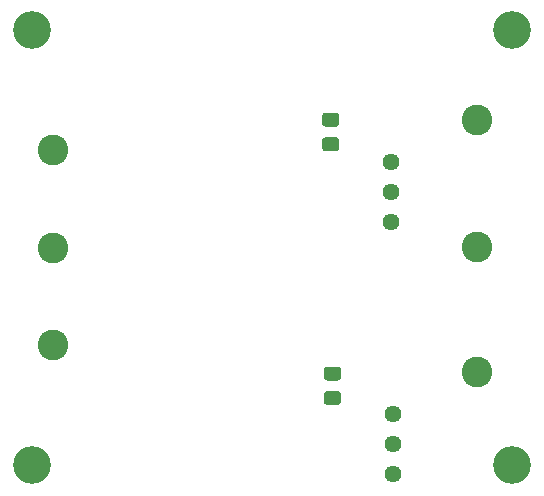
<source format=gbr>
G04 #@! TF.GenerationSoftware,KiCad,Pcbnew,(5.1.7-0-10_14)*
G04 #@! TF.CreationDate,2020-11-05T19:51:55+01:00*
G04 #@! TF.ProjectId,lv-lownoise-psu,6c762d6c-6f77-46e6-9f69-73652d707375,rev?*
G04 #@! TF.SameCoordinates,Original*
G04 #@! TF.FileFunction,Soldermask,Bot*
G04 #@! TF.FilePolarity,Negative*
%FSLAX46Y46*%
G04 Gerber Fmt 4.6, Leading zero omitted, Abs format (unit mm)*
G04 Created by KiCad (PCBNEW (5.1.7-0-10_14)) date 2020-11-05 19:51:55*
%MOMM*%
%LPD*%
G01*
G04 APERTURE LIST*
%ADD10C,1.440000*%
%ADD11C,2.600000*%
%ADD12C,3.200000*%
G04 APERTURE END LIST*
D10*
X115671600Y-83261200D03*
X115671600Y-80721200D03*
X115671600Y-78181200D03*
X115468400Y-61925200D03*
X115468400Y-59385200D03*
X115468400Y-56845200D03*
D11*
X122809000Y-74676000D03*
X122809000Y-64058800D03*
X122809000Y-53340000D03*
X86868000Y-55880000D03*
X86868000Y-64135000D03*
X86868000Y-72390000D03*
D12*
X125730000Y-45720000D03*
X125730000Y-82550000D03*
X85090000Y-82550000D03*
X85090000Y-45720000D03*
G36*
G01*
X111015800Y-75372900D02*
X110065800Y-75372900D01*
G75*
G02*
X109815800Y-75122900I0J250000D01*
G01*
X109815800Y-74447900D01*
G75*
G02*
X110065800Y-74197900I250000J0D01*
G01*
X111015800Y-74197900D01*
G75*
G02*
X111265800Y-74447900I0J-250000D01*
G01*
X111265800Y-75122900D01*
G75*
G02*
X111015800Y-75372900I-250000J0D01*
G01*
G37*
G36*
G01*
X111015800Y-77447900D02*
X110065800Y-77447900D01*
G75*
G02*
X109815800Y-77197900I0J250000D01*
G01*
X109815800Y-76522900D01*
G75*
G02*
X110065800Y-76272900I250000J0D01*
G01*
X111015800Y-76272900D01*
G75*
G02*
X111265800Y-76522900I0J-250000D01*
G01*
X111265800Y-77197900D01*
G75*
G02*
X111015800Y-77447900I-250000J0D01*
G01*
G37*
G36*
G01*
X109913400Y-54784500D02*
X110863400Y-54784500D01*
G75*
G02*
X111113400Y-55034500I0J-250000D01*
G01*
X111113400Y-55709500D01*
G75*
G02*
X110863400Y-55959500I-250000J0D01*
G01*
X109913400Y-55959500D01*
G75*
G02*
X109663400Y-55709500I0J250000D01*
G01*
X109663400Y-55034500D01*
G75*
G02*
X109913400Y-54784500I250000J0D01*
G01*
G37*
G36*
G01*
X109913400Y-52709500D02*
X110863400Y-52709500D01*
G75*
G02*
X111113400Y-52959500I0J-250000D01*
G01*
X111113400Y-53634500D01*
G75*
G02*
X110863400Y-53884500I-250000J0D01*
G01*
X109913400Y-53884500D01*
G75*
G02*
X109663400Y-53634500I0J250000D01*
G01*
X109663400Y-52959500D01*
G75*
G02*
X109913400Y-52709500I250000J0D01*
G01*
G37*
M02*

</source>
